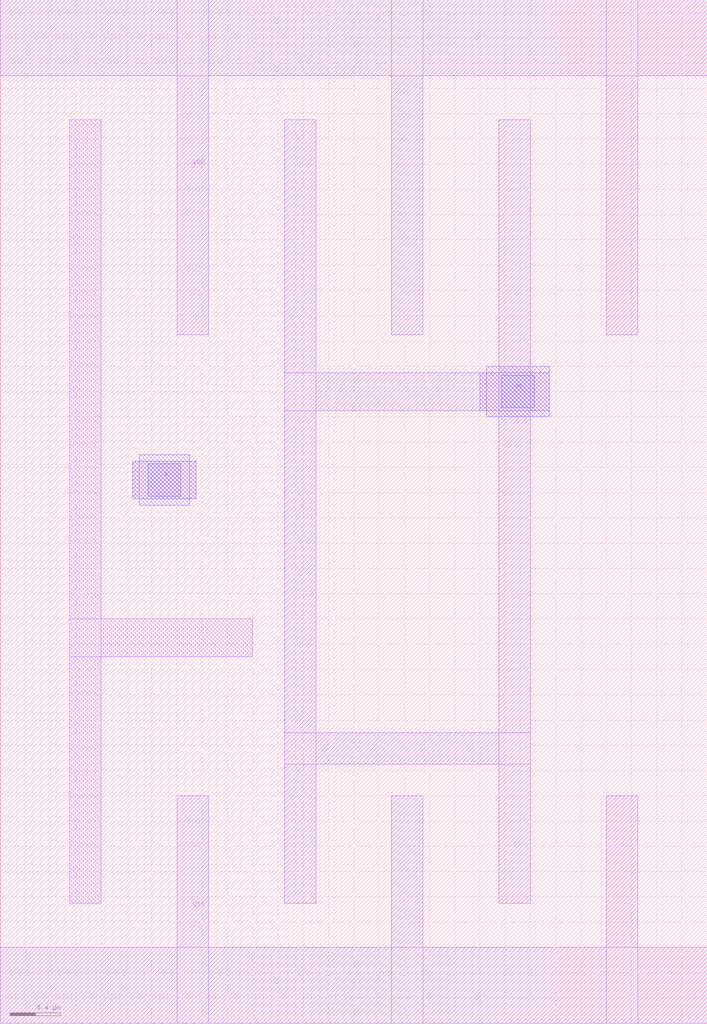
<source format=lef>
# Copyright 2022 Google LLC
# Licensed under the Apache License, Version 2.0 (the "License");
# you may not use this file except in compliance with the License.
# You may obtain a copy of the License at
#
#      http://www.apache.org/licenses/LICENSE-2.0
#
# Unless required by applicable law or agreed to in writing, software
# distributed under the License is distributed on an "AS IS" BASIS,
# WITHOUT WARRANTIES OR CONDITIONS OF ANY KIND, either express or implied.
# See the License for the specific language governing permissions and
# limitations under the License.
VERSION 5.7 ;
BUSBITCHARS "[]" ;
DIVIDERCHAR "/" ;

MACRO gf180mcu_osu_sc_gp12t3v3__clkbuf_4
  CLASS CORE ;
  ORIGIN 0 0 ;
  FOREIGN gf180mcu_osu_sc_gp12t3v3__clkbuf_4 0 0 ;
  SIZE 5.6 BY 8.1 ;
  SYMMETRY X Y ;
  SITE GF180_3p3_12t ;
  PIN VDD
    DIRECTION INOUT ;
    USE POWER ;
    SHAPE ABUTMENT ;
    PORT
      LAYER MET1 ;
        RECT 0 7.5 5.6 8.1 ;
        RECT 4.8 5.45 5.05 8.1 ;
        RECT 3.1 5.45 3.35 8.1 ;
        RECT 1.4 5.45 1.65 8.1 ;
    END
  END VDD
  PIN VSS
    DIRECTION INOUT ;
    USE GROUND ;
    PORT
      LAYER MET1 ;
        RECT 0 0 5.6 0.6 ;
        RECT 4.8 0 5.05 1.8 ;
        RECT 3.1 0 3.35 1.8 ;
        RECT 1.4 0 1.65 1.8 ;
    END
  END VSS
  PIN A
    DIRECTION INPUT ;
    USE SIGNAL ;
    PORT
      LAYER MET1 ;
        RECT 1.05 4.15 1.55 4.45 ;
      LAYER MET2 ;
        RECT 1.05 4.15 1.55 4.45 ;
        RECT 1.1 4.1 1.5 4.5 ;
      LAYER VIA12 ;
        RECT 1.17 4.17 1.43 4.43 ;
    END
  END A
  PIN Y
    DIRECTION OUTPUT ;
    USE SIGNAL ;
    PORT
      LAYER MET1 ;
        RECT 2.25 4.85 4.35 5.15 ;
        RECT 3.95 0.95 4.2 7.15 ;
        RECT 2.25 2.05 4.2 2.3 ;
        RECT 2.25 0.95 2.5 7.15 ;
      LAYER MET2 ;
        RECT 3.85 4.8 4.35 5.2 ;
        RECT 3.8 4.85 4.35 5.15 ;
      LAYER VIA12 ;
        RECT 3.97 4.87 4.23 5.13 ;
    END
  END Y
  OBS
    LAYER MET1 ;
      RECT 0.55 0.95 0.8 7.15 ;
      RECT 0.55 2.9 2 3.2 ;
  END
END gf180mcu_osu_sc_gp12t3v3__clkbuf_4

</source>
